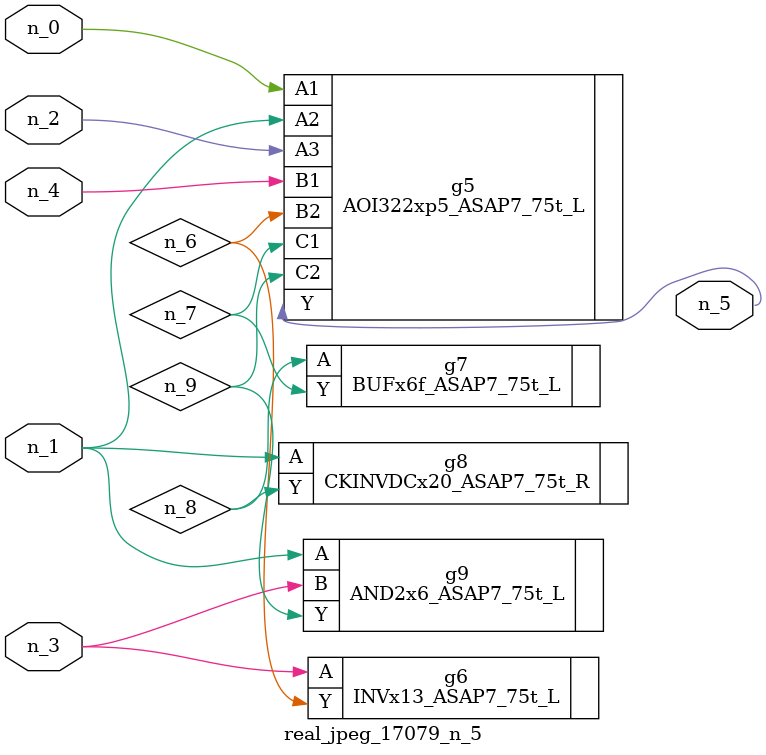
<source format=v>
module real_jpeg_17079_n_5 (n_4, n_0, n_1, n_2, n_3, n_5);

input n_4;
input n_0;
input n_1;
input n_2;
input n_3;

output n_5;

wire n_8;
wire n_6;
wire n_7;
wire n_9;

AOI322xp5_ASAP7_75t_L g5 ( 
.A1(n_0),
.A2(n_1),
.A3(n_2),
.B1(n_4),
.B2(n_6),
.C1(n_7),
.C2(n_9),
.Y(n_5)
);

CKINVDCx20_ASAP7_75t_R g8 ( 
.A(n_1),
.Y(n_8)
);

AND2x6_ASAP7_75t_L g9 ( 
.A(n_1),
.B(n_3),
.Y(n_9)
);

INVx13_ASAP7_75t_L g6 ( 
.A(n_3),
.Y(n_6)
);

BUFx6f_ASAP7_75t_L g7 ( 
.A(n_8),
.Y(n_7)
);


endmodule
</source>
